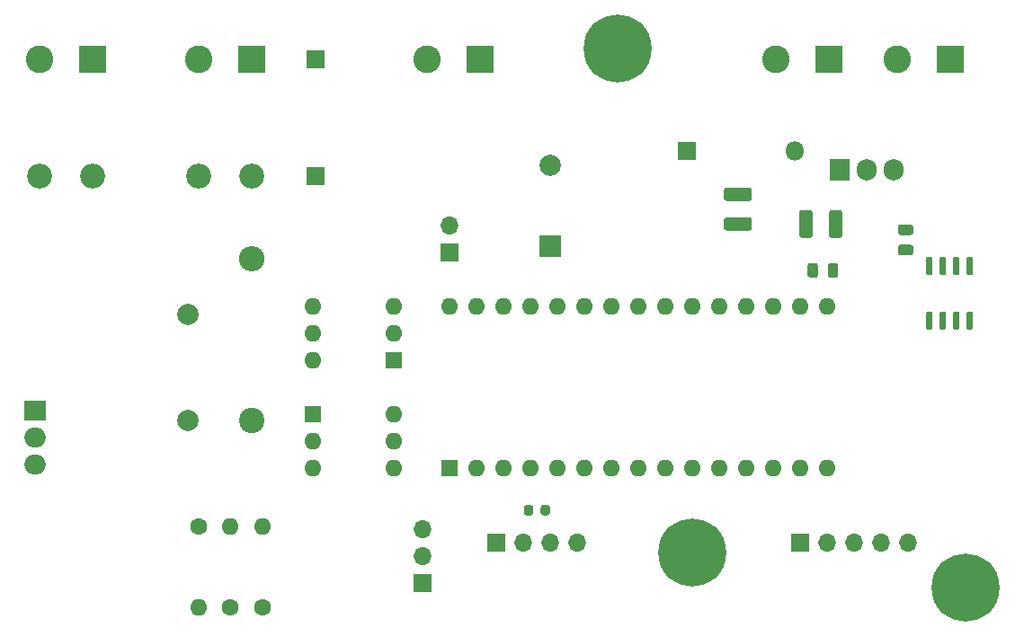
<source format=gbr>
G04 #@! TF.GenerationSoftware,KiCad,Pcbnew,(5.1.12)-1*
G04 #@! TF.CreationDate,2022-01-17T10:13:42+01:00*
G04 #@! TF.ProjectId,arduino_nano_reflow_TRIAC_v1_0,61726475-696e-46f5-9f6e-616e6f5f7265,1.0*
G04 #@! TF.SameCoordinates,Original*
G04 #@! TF.FileFunction,Soldermask,Top*
G04 #@! TF.FilePolarity,Negative*
%FSLAX46Y46*%
G04 Gerber Fmt 4.6, Leading zero omitted, Abs format (unit mm)*
G04 Created by KiCad (PCBNEW (5.1.12)-1) date 2022-01-17 10:13:42*
%MOMM*%
%LPD*%
G01*
G04 APERTURE LIST*
%ADD10R,1.700000X1.700000*%
%ADD11C,6.400000*%
%ADD12O,1.800000X1.800000*%
%ADD13R,1.800000X1.800000*%
%ADD14O,2.400000X2.400000*%
%ADD15C,2.400000*%
%ADD16C,2.000000*%
%ADD17C,2.600000*%
%ADD18R,2.600000X2.600000*%
%ADD19O,1.700000X1.700000*%
%ADD20O,1.600000X1.600000*%
%ADD21R,1.600000X1.600000*%
%ADD22C,1.600000*%
%ADD23O,2.000000X1.905000*%
%ADD24R,2.000000X1.905000*%
%ADD25O,1.905000X2.000000*%
%ADD26R,1.905000X2.000000*%
%ADD27R,2.000000X2.000000*%
%ADD28C,2.350000*%
G04 APERTURE END LIST*
D10*
X135218820Y-74199260D03*
X135218820Y-63199260D03*
D11*
X163718820Y-62199260D03*
D12*
X180378820Y-71799260D03*
D13*
X170218820Y-71799260D03*
D14*
X129218820Y-81959260D03*
D15*
X129218820Y-97199260D03*
D16*
X123218820Y-97199260D03*
X123218820Y-87199260D03*
G36*
G01*
X196723820Y-86939260D02*
X197023820Y-86939260D01*
G75*
G02*
X197173820Y-87089260I0J-150000D01*
G01*
X197173820Y-88539260D01*
G75*
G02*
X197023820Y-88689260I-150000J0D01*
G01*
X196723820Y-88689260D01*
G75*
G02*
X196573820Y-88539260I0J150000D01*
G01*
X196573820Y-87089260D01*
G75*
G02*
X196723820Y-86939260I150000J0D01*
G01*
G37*
G36*
G01*
X195453820Y-86939260D02*
X195753820Y-86939260D01*
G75*
G02*
X195903820Y-87089260I0J-150000D01*
G01*
X195903820Y-88539260D01*
G75*
G02*
X195753820Y-88689260I-150000J0D01*
G01*
X195453820Y-88689260D01*
G75*
G02*
X195303820Y-88539260I0J150000D01*
G01*
X195303820Y-87089260D01*
G75*
G02*
X195453820Y-86939260I150000J0D01*
G01*
G37*
G36*
G01*
X194183820Y-86939260D02*
X194483820Y-86939260D01*
G75*
G02*
X194633820Y-87089260I0J-150000D01*
G01*
X194633820Y-88539260D01*
G75*
G02*
X194483820Y-88689260I-150000J0D01*
G01*
X194183820Y-88689260D01*
G75*
G02*
X194033820Y-88539260I0J150000D01*
G01*
X194033820Y-87089260D01*
G75*
G02*
X194183820Y-86939260I150000J0D01*
G01*
G37*
G36*
G01*
X192913820Y-86939260D02*
X193213820Y-86939260D01*
G75*
G02*
X193363820Y-87089260I0J-150000D01*
G01*
X193363820Y-88539260D01*
G75*
G02*
X193213820Y-88689260I-150000J0D01*
G01*
X192913820Y-88689260D01*
G75*
G02*
X192763820Y-88539260I0J150000D01*
G01*
X192763820Y-87089260D01*
G75*
G02*
X192913820Y-86939260I150000J0D01*
G01*
G37*
G36*
G01*
X192913820Y-81789260D02*
X193213820Y-81789260D01*
G75*
G02*
X193363820Y-81939260I0J-150000D01*
G01*
X193363820Y-83389260D01*
G75*
G02*
X193213820Y-83539260I-150000J0D01*
G01*
X192913820Y-83539260D01*
G75*
G02*
X192763820Y-83389260I0J150000D01*
G01*
X192763820Y-81939260D01*
G75*
G02*
X192913820Y-81789260I150000J0D01*
G01*
G37*
G36*
G01*
X194183820Y-81789260D02*
X194483820Y-81789260D01*
G75*
G02*
X194633820Y-81939260I0J-150000D01*
G01*
X194633820Y-83389260D01*
G75*
G02*
X194483820Y-83539260I-150000J0D01*
G01*
X194183820Y-83539260D01*
G75*
G02*
X194033820Y-83389260I0J150000D01*
G01*
X194033820Y-81939260D01*
G75*
G02*
X194183820Y-81789260I150000J0D01*
G01*
G37*
G36*
G01*
X195453820Y-81789260D02*
X195753820Y-81789260D01*
G75*
G02*
X195903820Y-81939260I0J-150000D01*
G01*
X195903820Y-83389260D01*
G75*
G02*
X195753820Y-83539260I-150000J0D01*
G01*
X195453820Y-83539260D01*
G75*
G02*
X195303820Y-83389260I0J150000D01*
G01*
X195303820Y-81939260D01*
G75*
G02*
X195453820Y-81789260I150000J0D01*
G01*
G37*
G36*
G01*
X196723820Y-81789260D02*
X197023820Y-81789260D01*
G75*
G02*
X197173820Y-81939260I0J-150000D01*
G01*
X197173820Y-83389260D01*
G75*
G02*
X197023820Y-83539260I-150000J0D01*
G01*
X196723820Y-83539260D01*
G75*
G02*
X196573820Y-83389260I0J150000D01*
G01*
X196573820Y-81939260D01*
G75*
G02*
X196723820Y-81789260I150000J0D01*
G01*
G37*
D17*
X190018820Y-63199260D03*
D18*
X195018820Y-63199260D03*
G36*
G01*
X190343820Y-80649260D02*
X191293820Y-80649260D01*
G75*
G02*
X191543820Y-80899260I0J-250000D01*
G01*
X191543820Y-81399260D01*
G75*
G02*
X191293820Y-81649260I-250000J0D01*
G01*
X190343820Y-81649260D01*
G75*
G02*
X190093820Y-81399260I0J250000D01*
G01*
X190093820Y-80899260D01*
G75*
G02*
X190343820Y-80649260I250000J0D01*
G01*
G37*
G36*
G01*
X190343820Y-78749260D02*
X191293820Y-78749260D01*
G75*
G02*
X191543820Y-78999260I0J-250000D01*
G01*
X191543820Y-79499260D01*
G75*
G02*
X191293820Y-79749260I-250000J0D01*
G01*
X190343820Y-79749260D01*
G75*
G02*
X190093820Y-79499260I0J250000D01*
G01*
X190093820Y-78999260D01*
G75*
G02*
X190343820Y-78749260I250000J0D01*
G01*
G37*
D19*
X159858820Y-108690000D03*
X157318820Y-108690000D03*
X154778820Y-108690000D03*
D10*
X152238820Y-108690000D03*
D17*
X178618820Y-63199260D03*
D18*
X183618820Y-63199260D03*
D20*
X183428820Y-86459260D03*
X183428820Y-101699260D03*
X147868820Y-86459260D03*
X180888820Y-101699260D03*
X150408820Y-86459260D03*
X178348820Y-101699260D03*
X152948820Y-86459260D03*
X175808820Y-101699260D03*
X155488820Y-86459260D03*
X173268820Y-101699260D03*
X158028820Y-86459260D03*
X170728820Y-101699260D03*
X160568820Y-86459260D03*
X168188820Y-101699260D03*
X163108820Y-86459260D03*
X165648820Y-101699260D03*
X165648820Y-86459260D03*
X163108820Y-101699260D03*
X168188820Y-86459260D03*
X160568820Y-101699260D03*
X170728820Y-86459260D03*
X158028820Y-101699260D03*
X173268820Y-86459260D03*
X155488820Y-101699260D03*
X175808820Y-86459260D03*
X152948820Y-101699260D03*
X178348820Y-86459260D03*
X150408820Y-101699260D03*
X180888820Y-86459260D03*
D21*
X147868820Y-101699260D03*
D20*
X124218820Y-114819260D03*
D22*
X124218820Y-107199260D03*
D20*
X134998820Y-91545000D03*
X142618820Y-86465000D03*
X134998820Y-89005000D03*
X142618820Y-89005000D03*
X134998820Y-86465000D03*
D21*
X142618820Y-91545000D03*
D20*
X142638820Y-96649260D03*
X135018820Y-101729260D03*
X142638820Y-99189260D03*
X135018820Y-99189260D03*
X142638820Y-101729260D03*
D21*
X135018820Y-96649260D03*
D23*
X108823820Y-101339260D03*
X108823820Y-98799260D03*
D24*
X108823820Y-96259260D03*
G36*
G01*
X156443820Y-105930510D02*
X156443820Y-105418010D01*
G75*
G02*
X156662570Y-105199260I218750J0D01*
G01*
X157100070Y-105199260D01*
G75*
G02*
X157318820Y-105418010I0J-218750D01*
G01*
X157318820Y-105930510D01*
G75*
G02*
X157100070Y-106149260I-218750J0D01*
G01*
X156662570Y-106149260D01*
G75*
G02*
X156443820Y-105930510I0J218750D01*
G01*
G37*
G36*
G01*
X154868820Y-105930510D02*
X154868820Y-105418010D01*
G75*
G02*
X155087570Y-105199260I218750J0D01*
G01*
X155525070Y-105199260D01*
G75*
G02*
X155743820Y-105418010I0J-218750D01*
G01*
X155743820Y-105930510D01*
G75*
G02*
X155525070Y-106149260I-218750J0D01*
G01*
X155087570Y-106149260D01*
G75*
G02*
X154868820Y-105930510I0J218750D01*
G01*
G37*
D11*
X170718820Y-109699260D03*
X196493140Y-112990980D03*
D25*
X189698820Y-73599260D03*
X187158820Y-73599260D03*
D26*
X184618820Y-73599260D03*
D20*
X127218820Y-107199260D03*
D22*
X127218820Y-114819260D03*
D20*
X130218820Y-107199260D03*
D22*
X130218820Y-114819260D03*
D16*
X157370000Y-73150000D03*
D27*
X157370000Y-80750000D03*
G36*
G01*
X183468820Y-83530510D02*
X183468820Y-82618010D01*
G75*
G02*
X183712570Y-82374260I243750J0D01*
G01*
X184200070Y-82374260D01*
G75*
G02*
X184443820Y-82618010I0J-243750D01*
G01*
X184443820Y-83530510D01*
G75*
G02*
X184200070Y-83774260I-243750J0D01*
G01*
X183712570Y-83774260D01*
G75*
G02*
X183468820Y-83530510I0J243750D01*
G01*
G37*
G36*
G01*
X181593820Y-83530510D02*
X181593820Y-82618010D01*
G75*
G02*
X181837570Y-82374260I243750J0D01*
G01*
X182325070Y-82374260D01*
G75*
G02*
X182568820Y-82618010I0J-243750D01*
G01*
X182568820Y-83530510D01*
G75*
G02*
X182325070Y-83774260I-243750J0D01*
G01*
X181837570Y-83774260D01*
G75*
G02*
X181593820Y-83530510I0J243750D01*
G01*
G37*
G36*
G01*
X176093820Y-76524260D02*
X173943820Y-76524260D01*
G75*
G02*
X173693820Y-76274260I0J250000D01*
G01*
X173693820Y-75524260D01*
G75*
G02*
X173943820Y-75274260I250000J0D01*
G01*
X176093820Y-75274260D01*
G75*
G02*
X176343820Y-75524260I0J-250000D01*
G01*
X176343820Y-76274260D01*
G75*
G02*
X176093820Y-76524260I-250000J0D01*
G01*
G37*
G36*
G01*
X176093820Y-79324260D02*
X173943820Y-79324260D01*
G75*
G02*
X173693820Y-79074260I0J250000D01*
G01*
X173693820Y-78324260D01*
G75*
G02*
X173943820Y-78074260I250000J0D01*
G01*
X176093820Y-78074260D01*
G75*
G02*
X176343820Y-78324260I0J-250000D01*
G01*
X176343820Y-79074260D01*
G75*
G02*
X176093820Y-79324260I-250000J0D01*
G01*
G37*
G36*
G01*
X182043820Y-77624260D02*
X182043820Y-79774260D01*
G75*
G02*
X181793820Y-80024260I-250000J0D01*
G01*
X181043820Y-80024260D01*
G75*
G02*
X180793820Y-79774260I0J250000D01*
G01*
X180793820Y-77624260D01*
G75*
G02*
X181043820Y-77374260I250000J0D01*
G01*
X181793820Y-77374260D01*
G75*
G02*
X182043820Y-77624260I0J-250000D01*
G01*
G37*
G36*
G01*
X184843820Y-77624260D02*
X184843820Y-79774260D01*
G75*
G02*
X184593820Y-80024260I-250000J0D01*
G01*
X183843820Y-80024260D01*
G75*
G02*
X183593820Y-79774260I0J250000D01*
G01*
X183593820Y-77624260D01*
G75*
G02*
X183843820Y-77374260I250000J0D01*
G01*
X184593820Y-77374260D01*
G75*
G02*
X184843820Y-77624260I0J-250000D01*
G01*
G37*
D19*
X191025000Y-108690000D03*
X188485000Y-108690000D03*
X185945000Y-108690000D03*
X183405000Y-108690000D03*
D10*
X180865000Y-108690000D03*
D17*
X124218820Y-63199260D03*
D18*
X129218820Y-63199260D03*
D17*
X109218820Y-63199260D03*
D18*
X114218820Y-63199260D03*
D17*
X145718820Y-63199260D03*
D18*
X150718820Y-63199260D03*
D10*
X147845000Y-81385000D03*
D19*
X147845000Y-78845000D03*
D10*
X145305000Y-112500000D03*
D19*
X145305000Y-109960000D03*
X145305000Y-107420000D03*
D28*
X124218820Y-74199260D03*
X129218820Y-74199260D03*
X114218820Y-74199260D03*
X109218820Y-74199260D03*
M02*

</source>
